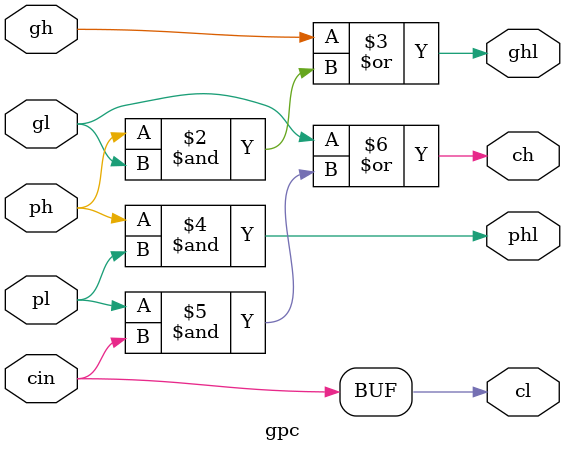
<source format=v>
module gpc (
  input gh,
  input ph,
  input gl,
  input pl,
  input cin,
  output ghl,
  output phl,
  output ch,
  output cl
);

always @*  begin
  ghl <= gh | (ph & gl);
  phl <= ph & pl;
  ch <= gl | (pl &cin);
  cl <= cin;
end
endmodule

</source>
